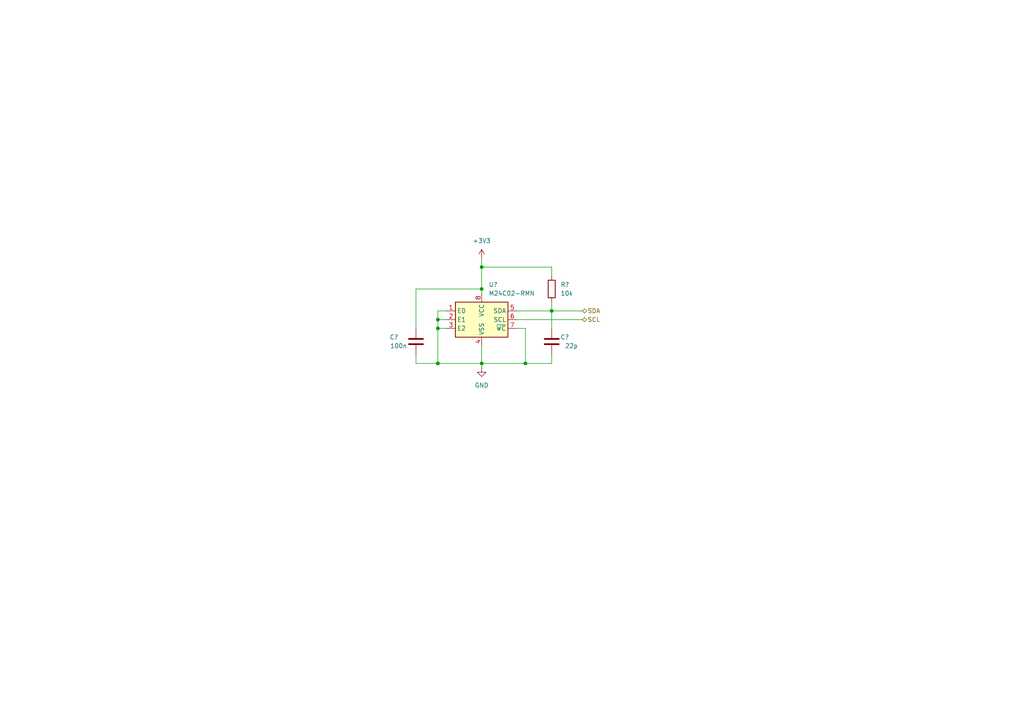
<source format=kicad_sch>
(kicad_sch (version 20211123) (generator eeschema)
  (paper "A4")
  (lib_symbols
    (symbol "Device:C" (pin_numbers hide) (pin_names (offset 0.254))
      (property "Reference" "C" (at 0.635 2.54 0))
      (property "Value" "C" (at 0.635 -2.54 0))
      (symbol "C_0_1"
        (polyline (pts (xy -2.032 -0.762) (xy 2.032 -0.762)) (stroke (width 0.508)))
        (polyline (pts (xy -2.032 0.762) (xy 2.032 0.762)) (stroke (width 0.508)))
      )
      (symbol "C_1_1"
        (pin passive line (at 0 3.81 270) (length 2.794) (name "~") (number "1"))
        (pin passive line (at 0 -3.81 90) (length 2.794) (name "~") (number "2"))
      )
    )
    (symbol "Device:R" (pin_numbers hide) (pin_names (offset 0))
      (property "Reference" "R" (at 2.032 0 90))
      (property "Value" "R" (at 0 0 90))
      (symbol "R_0_1"
        (rectangle (start -1.016 -2.54) (end 1.016 2.54) (stroke (width 0.254)))
      )
      (symbol "R_1_1"
        (pin passive line (at 0 3.81 270) (length 1.27) (name "~") (number "1"))
        (pin passive line (at 0 -3.81 90) (length 1.27) (name "~") (number "2"))
      )
    )
    (symbol "Memory_EEPROM:M24C02-RMN"
      (property "Reference" "U" (at -6.35 6.35 0))
      (property "Value" "M24C02-RMN" (at 7.62 6.35 0))
      (symbol "M24C02-RMN_0_1"
        (rectangle (start -7.62 5.08) (end 7.62 -5.08) (stroke (width 0.254)) (fill (type background)))
      )
      (symbol "M24C02-RMN_1_1"
        (pin input line (at -10.16 2.54 0) (length 2.54) (name "E0") (number "1"))
        (pin input line (at -10.16 0 0) (length 2.54) (name "E1") (number "2"))
        (pin input line (at -10.16 -2.54 0) (length 2.54) (name "E2") (number "3"))
        (pin power_in line (at 0 -7.62 90) (length 2.54) (name "VSS") (number "4"))
        (pin bidirectional line (at 10.16 2.54 180) (length 2.54) (name "SDA") (number "5"))
        (pin input line (at 10.16 0 180) (length 2.54) (name "SCL") (number "6"))
        (pin input line (at 10.16 -2.54 180) (length 2.54) (name "~{WC}") (number "7"))
        (pin power_in line (at 0 7.62 270) (length 2.54) (name "VCC") (number "8"))
      )
    )
    (symbol "power:+3.3V" (power) (pin_names (offset 0))
      (property "Value" "+3.3V" (at 0 3.556 0))
      (symbol "+3.3V_0_1"
        (polyline (pts (xy -0.762 1.27) (xy 0 2.54)))
        (polyline (pts (xy 0 0) (xy 0 2.54)))
        (polyline (pts (xy 0 2.54) (xy 0.762 1.27)))
      )
      (symbol "+3.3V_1_1"
        (pin power_in line (at 0 0 90) (length 0) hide (name "+3V3") (number "1"))
      )
    )
    (symbol "power:GND" (power) (pin_names (offset 0))
      (property "Value" "GND" (at 0 -3.81 0))
      (symbol "GND_0_1"
        (polyline (pts (xy 0 0) (xy 0 -1.27) (xy 1.27 -1.27) (xy 0 -2.54) (xy -1.27 -1.27) (xy 0 -1.27)))
      )
      (symbol "GND_1_1"
        (pin power_in line (at 0 0 270) (length 0) hide (name "GND") (number "1"))
      )
    )
  )
  (junction (at 127 105.41))
  (junction (at 152.4 105.41))
  (junction (at 139.7 77.47))
  (junction (at 139.7 105.41))
  (junction (at 160.02 90.17))
  (junction (at 127 92.71))
  (junction (at 139.7 83.82))
  (junction (at 127 95.25))
  (wire (pts (xy 139.7 74.93) (xy 139.7 77.47)))
  (wire (pts (xy 120.65 102.87) (xy 120.65 105.41)))
  (wire (pts (xy 127 105.41) (xy 139.7 105.41)))
  (wire (pts (xy 120.65 95.25) (xy 120.65 83.82)))
  (wire (pts (xy 149.86 95.25) (xy 152.4 95.25)))
  (wire (pts (xy 120.65 105.41) (xy 127 105.41)))
  (wire (pts (xy 139.7 77.47) (xy 160.02 77.47)))
  (wire (pts (xy 139.7 77.47) (xy 139.7 83.82)))
  (wire (pts (xy 160.02 90.17) (xy 160.02 95.25)))
  (wire (pts (xy 160.02 80.01) (xy 160.02 77.47)))
  (wire (pts (xy 152.4 105.41) (xy 139.7 105.41)))
  (wire (pts (xy 139.7 105.41) (xy 139.7 106.68)))
  (wire (pts (xy 149.86 92.71) (xy 168.91 92.71)))
  (wire (pts (xy 139.7 83.82) (xy 139.7 85.09)))
  (wire (pts (xy 127 92.71) (xy 127 95.25)))
  (wire (pts (xy 160.02 90.17) (xy 168.91 90.17)))
  (wire (pts (xy 149.86 90.17) (xy 160.02 90.17)))
  (wire (pts (xy 127 90.17) (xy 127 92.71)))
  (wire (pts (xy 127 95.25) (xy 129.54 95.25)))
  (wire (pts (xy 160.02 87.63) (xy 160.02 90.17)))
  (wire (pts (xy 120.65 83.82) (xy 139.7 83.82)))
  (wire (pts (xy 160.02 102.87) (xy 160.02 105.41)))
  (wire (pts (xy 152.4 105.41) (xy 160.02 105.41)))
  (wire (pts (xy 129.54 90.17) (xy 127 90.17)))
  (wire (pts (xy 152.4 95.25) (xy 152.4 105.41)))
  (wire (pts (xy 127 92.71) (xy 129.54 92.71)))
  (wire (pts (xy 139.7 100.33) (xy 139.7 105.41)))
  (wire (pts (xy 127 95.25) (xy 127 105.41)))
  (hierarchical_label "SDA" (shape bidirectional) (at 168.91 90.17 0))
  (hierarchical_label "SCL" (shape bidirectional) (at 168.91 92.71 0))
  (symbol (lib_id "Memory_EEPROM:M24C02-RMN") (at 139.7 92.71 0) (unit 1)
    (property "Reference" "U?" (at 141.7194 82.55 0) (effects (justify left)))
    (property "Value" "M24C02-RMN" (at 141.7194 85.09 0) (effects (justify left)))
    (property "Footprint" "Package_SO:SOIC-8_3.9x4.9mm_P1.27mm" (effects hide))
    (property "Datasheet" "http://www.st.com/content/ccc/resource/technical/document/datasheet/b0/d8/50/40/5a/85/49/6f/DM00071904.pdf/files/DM00071904.pdf/jcr:content/translations/en.DM00071904.pdf" (effects hide))
  )
  (symbol (lib_id "Device:C") (at 160.02 99.06 0) (mirror y) (unit 1)
    (property "Reference" "C?" (at 165.1 97.79 0) (effects (justify left)))
    (property "Value" "22p" (at 167.64 100.33 0) (effects (justify left)))
    (property "Footprint" "Capacitor_SMD:C_0603_1608Metric" (effects hide))
  )
  (symbol (lib_id "Device:R") (at 160.02 83.82 180) (unit 1)
    (property "Reference" "R?" (at 162.56 82.5499 0) (effects (justify right)))
    (property "Value" "10k" (at 162.56 85.0899 0) (effects (justify right)))
    (property "Footprint" "Resistor_SMD:R_0603_1608Metric_Pad0.98x0.95mm_HandSolder" (effects hide))
  )
  (symbol (lib_id "power:+3.3V") (at 139.7 74.93 0) (unit 1)
    (property "Reference" "#PWR?" (effects hide))
    (property "Value" "+3.3V" (at 139.7 69.85 0))
  )
  (symbol (lib_id "power:GND") (at 139.7 106.68 0) (unit 1)
    (property "Reference" "#PWR?" (effects hide))
    (property "Value" "GND" (at 139.7 111.76 0))
  )
  (symbol (lib_id "Device:C") (at 120.65 99.06 0) (mirror y) (unit 1)
    (property "Reference" "C?" (at 115.57 97.79 0) (effects (justify left)))
    (property "Value" "100n" (at 118.11 100.33 0) (effects (justify left)))
    (property "Footprint" "Capacitor_SMD:C_0603_1608Metric" (effects hide))
  )
)
</source>
